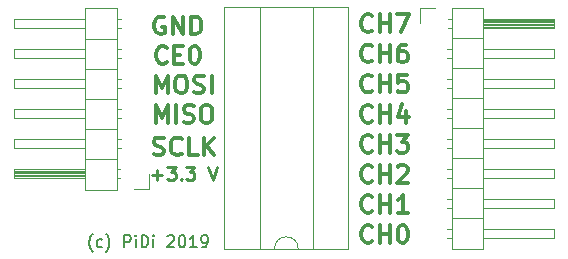
<source format=gbr>
G04 #@! TF.GenerationSoftware,KiCad,Pcbnew,5.0.2-bee76a0~70~ubuntu18.04.1*
G04 #@! TF.CreationDate,2019-03-01T21:34:11+01:00*
G04 #@! TF.ProjectId,MCP3008_filled,4d435033-3030-4385-9f66-696c6c65642e,2*
G04 #@! TF.SameCoordinates,Original*
G04 #@! TF.FileFunction,Legend,Top*
G04 #@! TF.FilePolarity,Positive*
%FSLAX46Y46*%
G04 Gerber Fmt 4.6, Leading zero omitted, Abs format (unit mm)*
G04 Created by KiCad (PCBNEW 5.0.2-bee76a0~70~ubuntu18.04.1) date Fr 01 Mär 2019 21:34:11 CET*
%MOMM*%
%LPD*%
G01*
G04 APERTURE LIST*
%ADD10C,0.300000*%
%ADD11C,0.275000*%
%ADD12C,0.200000*%
%ADD13C,0.120000*%
G04 APERTURE END LIST*
D10*
X182142857Y-81928571D02*
X182142857Y-80428571D01*
X182642857Y-81500000D01*
X183142857Y-80428571D01*
X183142857Y-81928571D01*
X184142857Y-80428571D02*
X184428571Y-80428571D01*
X184571428Y-80500000D01*
X184714285Y-80642857D01*
X184785714Y-80928571D01*
X184785714Y-81428571D01*
X184714285Y-81714285D01*
X184571428Y-81857142D01*
X184428571Y-81928571D01*
X184142857Y-81928571D01*
X184000000Y-81857142D01*
X183857142Y-81714285D01*
X183785714Y-81428571D01*
X183785714Y-80928571D01*
X183857142Y-80642857D01*
X184000000Y-80500000D01*
X184142857Y-80428571D01*
X185357142Y-81857142D02*
X185571428Y-81928571D01*
X185928571Y-81928571D01*
X186071428Y-81857142D01*
X186142857Y-81785714D01*
X186214285Y-81642857D01*
X186214285Y-81500000D01*
X186142857Y-81357142D01*
X186071428Y-81285714D01*
X185928571Y-81214285D01*
X185642857Y-81142857D01*
X185500000Y-81071428D01*
X185428571Y-81000000D01*
X185357142Y-80857142D01*
X185357142Y-80714285D01*
X185428571Y-80571428D01*
X185500000Y-80500000D01*
X185642857Y-80428571D01*
X186000000Y-80428571D01*
X186214285Y-80500000D01*
X186857142Y-81928571D02*
X186857142Y-80428571D01*
X182857142Y-75500000D02*
X182714285Y-75428571D01*
X182500000Y-75428571D01*
X182285714Y-75500000D01*
X182142857Y-75642857D01*
X182071428Y-75785714D01*
X182000000Y-76071428D01*
X182000000Y-76285714D01*
X182071428Y-76571428D01*
X182142857Y-76714285D01*
X182285714Y-76857142D01*
X182500000Y-76928571D01*
X182642857Y-76928571D01*
X182857142Y-76857142D01*
X182928571Y-76785714D01*
X182928571Y-76285714D01*
X182642857Y-76285714D01*
X183571428Y-76928571D02*
X183571428Y-75428571D01*
X184428571Y-76928571D01*
X184428571Y-75428571D01*
X185142857Y-76928571D02*
X185142857Y-75428571D01*
X185500000Y-75428571D01*
X185714285Y-75500000D01*
X185857142Y-75642857D01*
X185928571Y-75785714D01*
X186000000Y-76071428D01*
X186000000Y-76285714D01*
X185928571Y-76571428D01*
X185857142Y-76714285D01*
X185714285Y-76857142D01*
X185500000Y-76928571D01*
X185142857Y-76928571D01*
X181964285Y-87107142D02*
X182178571Y-87178571D01*
X182535714Y-87178571D01*
X182678571Y-87107142D01*
X182750000Y-87035714D01*
X182821428Y-86892857D01*
X182821428Y-86750000D01*
X182750000Y-86607142D01*
X182678571Y-86535714D01*
X182535714Y-86464285D01*
X182250000Y-86392857D01*
X182107142Y-86321428D01*
X182035714Y-86250000D01*
X181964285Y-86107142D01*
X181964285Y-85964285D01*
X182035714Y-85821428D01*
X182107142Y-85750000D01*
X182250000Y-85678571D01*
X182607142Y-85678571D01*
X182821428Y-85750000D01*
X184321428Y-87035714D02*
X184250000Y-87107142D01*
X184035714Y-87178571D01*
X183892857Y-87178571D01*
X183678571Y-87107142D01*
X183535714Y-86964285D01*
X183464285Y-86821428D01*
X183392857Y-86535714D01*
X183392857Y-86321428D01*
X183464285Y-86035714D01*
X183535714Y-85892857D01*
X183678571Y-85750000D01*
X183892857Y-85678571D01*
X184035714Y-85678571D01*
X184250000Y-85750000D01*
X184321428Y-85821428D01*
X185678571Y-87178571D02*
X184964285Y-87178571D01*
X184964285Y-85678571D01*
X186178571Y-87178571D02*
X186178571Y-85678571D01*
X187035714Y-87178571D02*
X186392857Y-86321428D01*
X187035714Y-85678571D02*
X186178571Y-86535714D01*
X182142857Y-84428571D02*
X182142857Y-82928571D01*
X182642857Y-84000000D01*
X183142857Y-82928571D01*
X183142857Y-84428571D01*
X183857142Y-84428571D02*
X183857142Y-82928571D01*
X184500000Y-84357142D02*
X184714285Y-84428571D01*
X185071428Y-84428571D01*
X185214285Y-84357142D01*
X185285714Y-84285714D01*
X185357142Y-84142857D01*
X185357142Y-84000000D01*
X185285714Y-83857142D01*
X185214285Y-83785714D01*
X185071428Y-83714285D01*
X184785714Y-83642857D01*
X184642857Y-83571428D01*
X184571428Y-83500000D01*
X184500000Y-83357142D01*
X184500000Y-83214285D01*
X184571428Y-83071428D01*
X184642857Y-83000000D01*
X184785714Y-82928571D01*
X185142857Y-82928571D01*
X185357142Y-83000000D01*
X186285714Y-82928571D02*
X186571428Y-82928571D01*
X186714285Y-83000000D01*
X186857142Y-83142857D01*
X186928571Y-83428571D01*
X186928571Y-83928571D01*
X186857142Y-84214285D01*
X186714285Y-84357142D01*
X186571428Y-84428571D01*
X186285714Y-84428571D01*
X186142857Y-84357142D01*
X186000000Y-84214285D01*
X185928571Y-83928571D01*
X185928571Y-83428571D01*
X186000000Y-83142857D01*
X186142857Y-83000000D01*
X186285714Y-82928571D01*
X183071428Y-79285714D02*
X183000000Y-79357142D01*
X182785714Y-79428571D01*
X182642857Y-79428571D01*
X182428571Y-79357142D01*
X182285714Y-79214285D01*
X182214285Y-79071428D01*
X182142857Y-78785714D01*
X182142857Y-78571428D01*
X182214285Y-78285714D01*
X182285714Y-78142857D01*
X182428571Y-78000000D01*
X182642857Y-77928571D01*
X182785714Y-77928571D01*
X183000000Y-78000000D01*
X183071428Y-78071428D01*
X183714285Y-78642857D02*
X184214285Y-78642857D01*
X184428571Y-79428571D02*
X183714285Y-79428571D01*
X183714285Y-77928571D01*
X184428571Y-77928571D01*
X185357142Y-77928571D02*
X185500000Y-77928571D01*
X185642857Y-78000000D01*
X185714285Y-78071428D01*
X185785714Y-78214285D01*
X185857142Y-78500000D01*
X185857142Y-78857142D01*
X185785714Y-79142857D01*
X185714285Y-79285714D01*
X185642857Y-79357142D01*
X185500000Y-79428571D01*
X185357142Y-79428571D01*
X185214285Y-79357142D01*
X185142857Y-79285714D01*
X185071428Y-79142857D01*
X185000000Y-78857142D01*
X185000000Y-78500000D01*
X185071428Y-78214285D01*
X185142857Y-78071428D01*
X185214285Y-78000000D01*
X185357142Y-77928571D01*
X200464285Y-76610714D02*
X200392857Y-76682142D01*
X200178571Y-76753571D01*
X200035714Y-76753571D01*
X199821428Y-76682142D01*
X199678571Y-76539285D01*
X199607142Y-76396428D01*
X199535714Y-76110714D01*
X199535714Y-75896428D01*
X199607142Y-75610714D01*
X199678571Y-75467857D01*
X199821428Y-75325000D01*
X200035714Y-75253571D01*
X200178571Y-75253571D01*
X200392857Y-75325000D01*
X200464285Y-75396428D01*
X201107142Y-76753571D02*
X201107142Y-75253571D01*
X201107142Y-75967857D02*
X201964285Y-75967857D01*
X201964285Y-76753571D02*
X201964285Y-75253571D01*
X202535714Y-75253571D02*
X203535714Y-75253571D01*
X202892857Y-76753571D01*
X200464285Y-79160714D02*
X200392857Y-79232142D01*
X200178571Y-79303571D01*
X200035714Y-79303571D01*
X199821428Y-79232142D01*
X199678571Y-79089285D01*
X199607142Y-78946428D01*
X199535714Y-78660714D01*
X199535714Y-78446428D01*
X199607142Y-78160714D01*
X199678571Y-78017857D01*
X199821428Y-77875000D01*
X200035714Y-77803571D01*
X200178571Y-77803571D01*
X200392857Y-77875000D01*
X200464285Y-77946428D01*
X201107142Y-79303571D02*
X201107142Y-77803571D01*
X201107142Y-78517857D02*
X201964285Y-78517857D01*
X201964285Y-79303571D02*
X201964285Y-77803571D01*
X203321428Y-77803571D02*
X203035714Y-77803571D01*
X202892857Y-77875000D01*
X202821428Y-77946428D01*
X202678571Y-78160714D01*
X202607142Y-78446428D01*
X202607142Y-79017857D01*
X202678571Y-79160714D01*
X202750000Y-79232142D01*
X202892857Y-79303571D01*
X203178571Y-79303571D01*
X203321428Y-79232142D01*
X203392857Y-79160714D01*
X203464285Y-79017857D01*
X203464285Y-78660714D01*
X203392857Y-78517857D01*
X203321428Y-78446428D01*
X203178571Y-78375000D01*
X202892857Y-78375000D01*
X202750000Y-78446428D01*
X202678571Y-78517857D01*
X202607142Y-78660714D01*
X200464285Y-81710714D02*
X200392857Y-81782142D01*
X200178571Y-81853571D01*
X200035714Y-81853571D01*
X199821428Y-81782142D01*
X199678571Y-81639285D01*
X199607142Y-81496428D01*
X199535714Y-81210714D01*
X199535714Y-80996428D01*
X199607142Y-80710714D01*
X199678571Y-80567857D01*
X199821428Y-80425000D01*
X200035714Y-80353571D01*
X200178571Y-80353571D01*
X200392857Y-80425000D01*
X200464285Y-80496428D01*
X201107142Y-81853571D02*
X201107142Y-80353571D01*
X201107142Y-81067857D02*
X201964285Y-81067857D01*
X201964285Y-81853571D02*
X201964285Y-80353571D01*
X203392857Y-80353571D02*
X202678571Y-80353571D01*
X202607142Y-81067857D01*
X202678571Y-80996428D01*
X202821428Y-80925000D01*
X203178571Y-80925000D01*
X203321428Y-80996428D01*
X203392857Y-81067857D01*
X203464285Y-81210714D01*
X203464285Y-81567857D01*
X203392857Y-81710714D01*
X203321428Y-81782142D01*
X203178571Y-81853571D01*
X202821428Y-81853571D01*
X202678571Y-81782142D01*
X202607142Y-81710714D01*
X200464285Y-84260714D02*
X200392857Y-84332142D01*
X200178571Y-84403571D01*
X200035714Y-84403571D01*
X199821428Y-84332142D01*
X199678571Y-84189285D01*
X199607142Y-84046428D01*
X199535714Y-83760714D01*
X199535714Y-83546428D01*
X199607142Y-83260714D01*
X199678571Y-83117857D01*
X199821428Y-82975000D01*
X200035714Y-82903571D01*
X200178571Y-82903571D01*
X200392857Y-82975000D01*
X200464285Y-83046428D01*
X201107142Y-84403571D02*
X201107142Y-82903571D01*
X201107142Y-83617857D02*
X201964285Y-83617857D01*
X201964285Y-84403571D02*
X201964285Y-82903571D01*
X203321428Y-83403571D02*
X203321428Y-84403571D01*
X202964285Y-82832142D02*
X202607142Y-83903571D01*
X203535714Y-83903571D01*
X200464285Y-86810714D02*
X200392857Y-86882142D01*
X200178571Y-86953571D01*
X200035714Y-86953571D01*
X199821428Y-86882142D01*
X199678571Y-86739285D01*
X199607142Y-86596428D01*
X199535714Y-86310714D01*
X199535714Y-86096428D01*
X199607142Y-85810714D01*
X199678571Y-85667857D01*
X199821428Y-85525000D01*
X200035714Y-85453571D01*
X200178571Y-85453571D01*
X200392857Y-85525000D01*
X200464285Y-85596428D01*
X201107142Y-86953571D02*
X201107142Y-85453571D01*
X201107142Y-86167857D02*
X201964285Y-86167857D01*
X201964285Y-86953571D02*
X201964285Y-85453571D01*
X202535714Y-85453571D02*
X203464285Y-85453571D01*
X202964285Y-86025000D01*
X203178571Y-86025000D01*
X203321428Y-86096428D01*
X203392857Y-86167857D01*
X203464285Y-86310714D01*
X203464285Y-86667857D01*
X203392857Y-86810714D01*
X203321428Y-86882142D01*
X203178571Y-86953571D01*
X202750000Y-86953571D01*
X202607142Y-86882142D01*
X202535714Y-86810714D01*
X200464285Y-89360714D02*
X200392857Y-89432142D01*
X200178571Y-89503571D01*
X200035714Y-89503571D01*
X199821428Y-89432142D01*
X199678571Y-89289285D01*
X199607142Y-89146428D01*
X199535714Y-88860714D01*
X199535714Y-88646428D01*
X199607142Y-88360714D01*
X199678571Y-88217857D01*
X199821428Y-88075000D01*
X200035714Y-88003571D01*
X200178571Y-88003571D01*
X200392857Y-88075000D01*
X200464285Y-88146428D01*
X201107142Y-89503571D02*
X201107142Y-88003571D01*
X201107142Y-88717857D02*
X201964285Y-88717857D01*
X201964285Y-89503571D02*
X201964285Y-88003571D01*
X202607142Y-88146428D02*
X202678571Y-88075000D01*
X202821428Y-88003571D01*
X203178571Y-88003571D01*
X203321428Y-88075000D01*
X203392857Y-88146428D01*
X203464285Y-88289285D01*
X203464285Y-88432142D01*
X203392857Y-88646428D01*
X202535714Y-89503571D01*
X203464285Y-89503571D01*
X200464285Y-91910714D02*
X200392857Y-91982142D01*
X200178571Y-92053571D01*
X200035714Y-92053571D01*
X199821428Y-91982142D01*
X199678571Y-91839285D01*
X199607142Y-91696428D01*
X199535714Y-91410714D01*
X199535714Y-91196428D01*
X199607142Y-90910714D01*
X199678571Y-90767857D01*
X199821428Y-90625000D01*
X200035714Y-90553571D01*
X200178571Y-90553571D01*
X200392857Y-90625000D01*
X200464285Y-90696428D01*
X201107142Y-92053571D02*
X201107142Y-90553571D01*
X201107142Y-91267857D02*
X201964285Y-91267857D01*
X201964285Y-92053571D02*
X201964285Y-90553571D01*
X203464285Y-92053571D02*
X202607142Y-92053571D01*
X203035714Y-92053571D02*
X203035714Y-90553571D01*
X202892857Y-90767857D01*
X202750000Y-90910714D01*
X202607142Y-90982142D01*
X200464285Y-94460714D02*
X200392857Y-94532142D01*
X200178571Y-94603571D01*
X200035714Y-94603571D01*
X199821428Y-94532142D01*
X199678571Y-94389285D01*
X199607142Y-94246428D01*
X199535714Y-93960714D01*
X199535714Y-93746428D01*
X199607142Y-93460714D01*
X199678571Y-93317857D01*
X199821428Y-93175000D01*
X200035714Y-93103571D01*
X200178571Y-93103571D01*
X200392857Y-93175000D01*
X200464285Y-93246428D01*
X201107142Y-94603571D02*
X201107142Y-93103571D01*
X201107142Y-93817857D02*
X201964285Y-93817857D01*
X201964285Y-94603571D02*
X201964285Y-93103571D01*
X202964285Y-93103571D02*
X203107142Y-93103571D01*
X203250000Y-93175000D01*
X203321428Y-93246428D01*
X203392857Y-93389285D01*
X203464285Y-93675000D01*
X203464285Y-94032142D01*
X203392857Y-94317857D01*
X203321428Y-94460714D01*
X203250000Y-94532142D01*
X203107142Y-94603571D01*
X202964285Y-94603571D01*
X202821428Y-94532142D01*
X202750000Y-94460714D01*
X202678571Y-94317857D01*
X202607142Y-94032142D01*
X202607142Y-93675000D01*
X202678571Y-93389285D01*
X202750000Y-93246428D01*
X202821428Y-93175000D01*
X202964285Y-93103571D01*
D11*
X181833333Y-88830000D02*
X182686666Y-88830000D01*
X182260000Y-89256666D02*
X182260000Y-88403333D01*
X183113333Y-88136666D02*
X183806666Y-88136666D01*
X183433333Y-88563333D01*
X183593333Y-88563333D01*
X183700000Y-88616666D01*
X183753333Y-88670000D01*
X183806666Y-88776666D01*
X183806666Y-89043333D01*
X183753333Y-89150000D01*
X183700000Y-89203333D01*
X183593333Y-89256666D01*
X183273333Y-89256666D01*
X183166666Y-89203333D01*
X183113333Y-89150000D01*
X184286666Y-89150000D02*
X184340000Y-89203333D01*
X184286666Y-89256666D01*
X184233333Y-89203333D01*
X184286666Y-89150000D01*
X184286666Y-89256666D01*
X184713333Y-88136666D02*
X185406666Y-88136666D01*
X185033333Y-88563333D01*
X185193333Y-88563333D01*
X185300000Y-88616666D01*
X185353333Y-88670000D01*
X185406666Y-88776666D01*
X185406666Y-89043333D01*
X185353333Y-89150000D01*
X185300000Y-89203333D01*
X185193333Y-89256666D01*
X184873333Y-89256666D01*
X184766666Y-89203333D01*
X184713333Y-89150000D01*
X186580000Y-88136666D02*
X186953333Y-89256666D01*
X187326666Y-88136666D01*
D12*
X176785714Y-95333333D02*
X176738095Y-95285714D01*
X176642857Y-95142857D01*
X176595238Y-95047619D01*
X176547619Y-94904761D01*
X176500000Y-94666666D01*
X176500000Y-94476190D01*
X176547619Y-94238095D01*
X176595238Y-94095238D01*
X176642857Y-94000000D01*
X176738095Y-93857142D01*
X176785714Y-93809523D01*
X177595238Y-94904761D02*
X177500000Y-94952380D01*
X177309523Y-94952380D01*
X177214285Y-94904761D01*
X177166666Y-94857142D01*
X177119047Y-94761904D01*
X177119047Y-94476190D01*
X177166666Y-94380952D01*
X177214285Y-94333333D01*
X177309523Y-94285714D01*
X177500000Y-94285714D01*
X177595238Y-94333333D01*
X177928571Y-95333333D02*
X177976190Y-95285714D01*
X178071428Y-95142857D01*
X178119047Y-95047619D01*
X178166666Y-94904761D01*
X178214285Y-94666666D01*
X178214285Y-94476190D01*
X178166666Y-94238095D01*
X178119047Y-94095238D01*
X178071428Y-94000000D01*
X177976190Y-93857142D01*
X177928571Y-93809523D01*
X179452380Y-94952380D02*
X179452380Y-93952380D01*
X179833333Y-93952380D01*
X179928571Y-94000000D01*
X179976190Y-94047619D01*
X180023809Y-94142857D01*
X180023809Y-94285714D01*
X179976190Y-94380952D01*
X179928571Y-94428571D01*
X179833333Y-94476190D01*
X179452380Y-94476190D01*
X180452380Y-94952380D02*
X180452380Y-94285714D01*
X180452380Y-93952380D02*
X180404761Y-94000000D01*
X180452380Y-94047619D01*
X180500000Y-94000000D01*
X180452380Y-93952380D01*
X180452380Y-94047619D01*
X180928571Y-94952380D02*
X180928571Y-93952380D01*
X181166666Y-93952380D01*
X181309523Y-94000000D01*
X181404761Y-94095238D01*
X181452380Y-94190476D01*
X181500000Y-94380952D01*
X181500000Y-94523809D01*
X181452380Y-94714285D01*
X181404761Y-94809523D01*
X181309523Y-94904761D01*
X181166666Y-94952380D01*
X180928571Y-94952380D01*
X181928571Y-94952380D02*
X181928571Y-94285714D01*
X181928571Y-93952380D02*
X181880952Y-94000000D01*
X181928571Y-94047619D01*
X181976190Y-94000000D01*
X181928571Y-93952380D01*
X181928571Y-94047619D01*
X183119047Y-94047619D02*
X183166666Y-94000000D01*
X183261904Y-93952380D01*
X183500000Y-93952380D01*
X183595238Y-94000000D01*
X183642857Y-94047619D01*
X183690476Y-94142857D01*
X183690476Y-94238095D01*
X183642857Y-94380952D01*
X183071428Y-94952380D01*
X183690476Y-94952380D01*
X184309523Y-93952380D02*
X184404761Y-93952380D01*
X184500000Y-94000000D01*
X184547619Y-94047619D01*
X184595238Y-94142857D01*
X184642857Y-94333333D01*
X184642857Y-94571428D01*
X184595238Y-94761904D01*
X184547619Y-94857142D01*
X184500000Y-94904761D01*
X184404761Y-94952380D01*
X184309523Y-94952380D01*
X184214285Y-94904761D01*
X184166666Y-94857142D01*
X184119047Y-94761904D01*
X184071428Y-94571428D01*
X184071428Y-94333333D01*
X184119047Y-94142857D01*
X184166666Y-94047619D01*
X184214285Y-94000000D01*
X184309523Y-93952380D01*
X185595238Y-94952380D02*
X185023809Y-94952380D01*
X185309523Y-94952380D02*
X185309523Y-93952380D01*
X185214285Y-94095238D01*
X185119047Y-94190476D01*
X185023809Y-94238095D01*
X186071428Y-94952380D02*
X186261904Y-94952380D01*
X186357142Y-94904761D01*
X186404761Y-94857142D01*
X186500000Y-94714285D01*
X186547619Y-94523809D01*
X186547619Y-94142857D01*
X186500000Y-94047619D01*
X186452380Y-94000000D01*
X186357142Y-93952380D01*
X186166666Y-93952380D01*
X186071428Y-94000000D01*
X186023809Y-94047619D01*
X185976190Y-94142857D01*
X185976190Y-94380952D01*
X186023809Y-94476190D01*
X186071428Y-94523809D01*
X186166666Y-94571428D01*
X186357142Y-94571428D01*
X186452380Y-94523809D01*
X186500000Y-94476190D01*
X186547619Y-94380952D01*
D13*
G04 #@! TO.C,REF\002A\002A*
X204470000Y-74730000D02*
X205740000Y-74730000D01*
X204470000Y-76000000D02*
X204470000Y-74730000D01*
X206782929Y-94160000D02*
X207180000Y-94160000D01*
X206782929Y-93400000D02*
X207180000Y-93400000D01*
X215840000Y-94160000D02*
X209840000Y-94160000D01*
X215840000Y-93400000D02*
X215840000Y-94160000D01*
X209840000Y-93400000D02*
X215840000Y-93400000D01*
X207180000Y-92510000D02*
X209840000Y-92510000D01*
X206782929Y-91620000D02*
X207180000Y-91620000D01*
X206782929Y-90860000D02*
X207180000Y-90860000D01*
X215840000Y-91620000D02*
X209840000Y-91620000D01*
X215840000Y-90860000D02*
X215840000Y-91620000D01*
X209840000Y-90860000D02*
X215840000Y-90860000D01*
X207180000Y-89970000D02*
X209840000Y-89970000D01*
X206782929Y-89080000D02*
X207180000Y-89080000D01*
X206782929Y-88320000D02*
X207180000Y-88320000D01*
X215840000Y-89080000D02*
X209840000Y-89080000D01*
X215840000Y-88320000D02*
X215840000Y-89080000D01*
X209840000Y-88320000D02*
X215840000Y-88320000D01*
X207180000Y-87430000D02*
X209840000Y-87430000D01*
X206782929Y-86540000D02*
X207180000Y-86540000D01*
X206782929Y-85780000D02*
X207180000Y-85780000D01*
X215840000Y-86540000D02*
X209840000Y-86540000D01*
X215840000Y-85780000D02*
X215840000Y-86540000D01*
X209840000Y-85780000D02*
X215840000Y-85780000D01*
X207180000Y-84890000D02*
X209840000Y-84890000D01*
X206782929Y-84000000D02*
X207180000Y-84000000D01*
X206782929Y-83240000D02*
X207180000Y-83240000D01*
X215840000Y-84000000D02*
X209840000Y-84000000D01*
X215840000Y-83240000D02*
X215840000Y-84000000D01*
X209840000Y-83240000D02*
X215840000Y-83240000D01*
X207180000Y-82350000D02*
X209840000Y-82350000D01*
X206782929Y-81460000D02*
X207180000Y-81460000D01*
X206782929Y-80700000D02*
X207180000Y-80700000D01*
X215840000Y-81460000D02*
X209840000Y-81460000D01*
X215840000Y-80700000D02*
X215840000Y-81460000D01*
X209840000Y-80700000D02*
X215840000Y-80700000D01*
X207180000Y-79810000D02*
X209840000Y-79810000D01*
X206782929Y-78920000D02*
X207180000Y-78920000D01*
X206782929Y-78160000D02*
X207180000Y-78160000D01*
X215840000Y-78920000D02*
X209840000Y-78920000D01*
X215840000Y-78160000D02*
X215840000Y-78920000D01*
X209840000Y-78160000D02*
X215840000Y-78160000D01*
X207180000Y-77270000D02*
X209840000Y-77270000D01*
X206850000Y-76380000D02*
X207180000Y-76380000D01*
X206850000Y-75620000D02*
X207180000Y-75620000D01*
X209840000Y-76280000D02*
X215840000Y-76280000D01*
X209840000Y-76160000D02*
X215840000Y-76160000D01*
X209840000Y-76040000D02*
X215840000Y-76040000D01*
X209840000Y-75920000D02*
X215840000Y-75920000D01*
X209840000Y-75800000D02*
X215840000Y-75800000D01*
X209840000Y-75680000D02*
X215840000Y-75680000D01*
X215840000Y-76380000D02*
X209840000Y-76380000D01*
X215840000Y-75620000D02*
X215840000Y-76380000D01*
X209840000Y-75620000D02*
X215840000Y-75620000D01*
X209840000Y-74670000D02*
X207180000Y-74670000D01*
X209840000Y-95110000D02*
X209840000Y-74670000D01*
X207180000Y-95110000D02*
X209840000Y-95110000D01*
X207180000Y-74670000D02*
X207180000Y-95110000D01*
X181520000Y-90020000D02*
X180250000Y-90020000D01*
X181520000Y-88750000D02*
X181520000Y-90020000D01*
X179207071Y-75670000D02*
X178810000Y-75670000D01*
X179207071Y-76430000D02*
X178810000Y-76430000D01*
X170150000Y-75670000D02*
X176150000Y-75670000D01*
X170150000Y-76430000D02*
X170150000Y-75670000D01*
X176150000Y-76430000D02*
X170150000Y-76430000D01*
X178810000Y-77320000D02*
X176150000Y-77320000D01*
X179207071Y-78210000D02*
X178810000Y-78210000D01*
X179207071Y-78970000D02*
X178810000Y-78970000D01*
X170150000Y-78210000D02*
X176150000Y-78210000D01*
X170150000Y-78970000D02*
X170150000Y-78210000D01*
X176150000Y-78970000D02*
X170150000Y-78970000D01*
X178810000Y-79860000D02*
X176150000Y-79860000D01*
X179207071Y-80750000D02*
X178810000Y-80750000D01*
X179207071Y-81510000D02*
X178810000Y-81510000D01*
X170150000Y-80750000D02*
X176150000Y-80750000D01*
X170150000Y-81510000D02*
X170150000Y-80750000D01*
X176150000Y-81510000D02*
X170150000Y-81510000D01*
X178810000Y-82400000D02*
X176150000Y-82400000D01*
X179207071Y-83290000D02*
X178810000Y-83290000D01*
X179207071Y-84050000D02*
X178810000Y-84050000D01*
X170150000Y-83290000D02*
X176150000Y-83290000D01*
X170150000Y-84050000D02*
X170150000Y-83290000D01*
X176150000Y-84050000D02*
X170150000Y-84050000D01*
X178810000Y-84940000D02*
X176150000Y-84940000D01*
X179207071Y-85830000D02*
X178810000Y-85830000D01*
X179207071Y-86590000D02*
X178810000Y-86590000D01*
X170150000Y-85830000D02*
X176150000Y-85830000D01*
X170150000Y-86590000D02*
X170150000Y-85830000D01*
X176150000Y-86590000D02*
X170150000Y-86590000D01*
X178810000Y-87480000D02*
X176150000Y-87480000D01*
X179140000Y-88370000D02*
X178810000Y-88370000D01*
X179140000Y-89130000D02*
X178810000Y-89130000D01*
X176150000Y-88470000D02*
X170150000Y-88470000D01*
X176150000Y-88590000D02*
X170150000Y-88590000D01*
X176150000Y-88710000D02*
X170150000Y-88710000D01*
X176150000Y-88830000D02*
X170150000Y-88830000D01*
X176150000Y-88950000D02*
X170150000Y-88950000D01*
X176150000Y-89070000D02*
X170150000Y-89070000D01*
X170150000Y-88370000D02*
X176150000Y-88370000D01*
X170150000Y-89130000D02*
X170150000Y-88370000D01*
X176150000Y-89130000D02*
X170150000Y-89130000D01*
X176150000Y-90080000D02*
X178810000Y-90080000D01*
X176150000Y-74720000D02*
X176150000Y-90080000D01*
X178810000Y-74720000D02*
X176150000Y-74720000D01*
X178810000Y-90080000D02*
X178810000Y-74720000D01*
X187940000Y-95140000D02*
X198440000Y-95140000D01*
X187940000Y-74580000D02*
X187940000Y-95140000D01*
X198440000Y-74580000D02*
X187940000Y-74580000D01*
X198440000Y-95140000D02*
X198440000Y-74580000D01*
X190940000Y-95080000D02*
X192190000Y-95080000D01*
X190940000Y-74640000D02*
X190940000Y-95080000D01*
X195440000Y-74640000D02*
X190940000Y-74640000D01*
X195440000Y-95080000D02*
X195440000Y-74640000D01*
X194190000Y-95080000D02*
X195440000Y-95080000D01*
X192190000Y-95080000D02*
G75*
G02X194190000Y-95080000I1000000J0D01*
G01*
G04 #@! TD*
M02*

</source>
